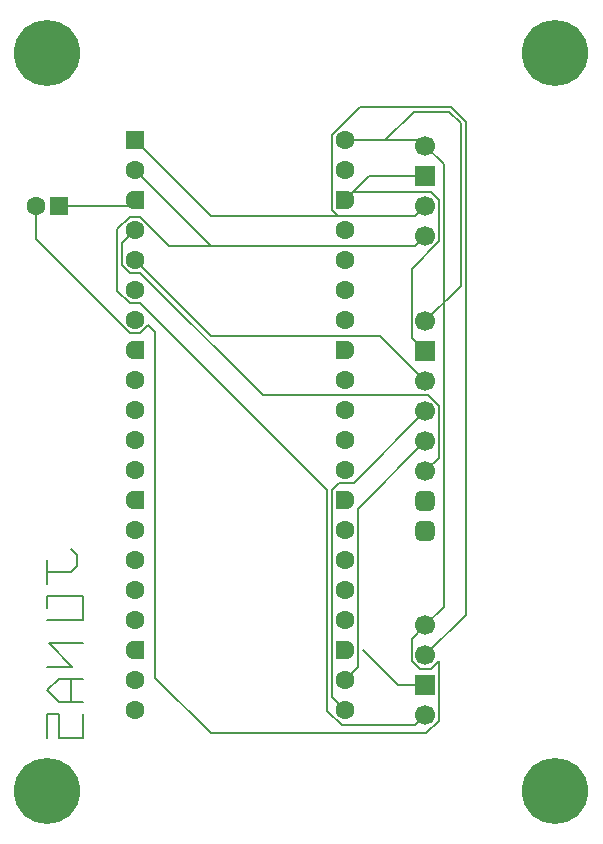
<source format=gbr>
%TF.GenerationSoftware,KiCad,Pcbnew,9.0.1*%
%TF.CreationDate,2025-08-21T16:33:30-04:00*%
%TF.ProjectId,SensorBox,53656e73-6f72-4426-9f78-2e6b69636164,rev?*%
%TF.SameCoordinates,Original*%
%TF.FileFunction,Copper,L2,Bot*%
%TF.FilePolarity,Positive*%
%FSLAX46Y46*%
G04 Gerber Fmt 4.6, Leading zero omitted, Abs format (unit mm)*
G04 Created by KiCad (PCBNEW 9.0.1) date 2025-08-21 16:33:30*
%MOMM*%
%LPD*%
G01*
G04 APERTURE LIST*
G04 Aperture macros list*
%AMRoundRect*
0 Rectangle with rounded corners*
0 $1 Rounding radius*
0 $2 $3 $4 $5 $6 $7 $8 $9 X,Y pos of 4 corners*
0 Add a 4 corners polygon primitive as box body*
4,1,4,$2,$3,$4,$5,$6,$7,$8,$9,$2,$3,0*
0 Add four circle primitives for the rounded corners*
1,1,$1+$1,$2,$3*
1,1,$1+$1,$4,$5*
1,1,$1+$1,$6,$7*
1,1,$1+$1,$8,$9*
0 Add four rect primitives between the rounded corners*
20,1,$1+$1,$2,$3,$4,$5,0*
20,1,$1+$1,$4,$5,$6,$7,0*
20,1,$1+$1,$6,$7,$8,$9,0*
20,1,$1+$1,$8,$9,$2,$3,0*%
%AMFreePoly0*
4,1,37,0.603843,0.796157,0.639018,0.796157,0.711114,0.766294,0.766294,0.711114,0.796157,0.639018,0.796157,0.603843,0.800000,0.600000,0.800000,-0.600000,0.796157,-0.603843,0.796157,-0.639018,0.766294,-0.711114,0.711114,-0.766294,0.639018,-0.796157,0.603843,-0.796157,0.600000,-0.800000,0.000000,-0.800000,0.000000,-0.796148,-0.078414,-0.796148,-0.232228,-0.765552,-0.377117,-0.705537,
-0.507515,-0.618408,-0.618408,-0.507515,-0.705537,-0.377117,-0.765552,-0.232228,-0.796148,-0.078414,-0.796148,0.078414,-0.765552,0.232228,-0.705537,0.377117,-0.618408,0.507515,-0.507515,0.618408,-0.377117,0.705537,-0.232228,0.765552,-0.078414,0.796148,0.000000,0.796148,0.000000,0.800000,0.600000,0.800000,0.603843,0.796157,0.603843,0.796157,$1*%
%AMFreePoly1*
4,1,37,0.000000,0.796148,0.078414,0.796148,0.232228,0.765552,0.377117,0.705537,0.507515,0.618408,0.618408,0.507515,0.705537,0.377117,0.765552,0.232228,0.796148,0.078414,0.796148,-0.078414,0.765552,-0.232228,0.705537,-0.377117,0.618408,-0.507515,0.507515,-0.618408,0.377117,-0.705537,0.232228,-0.765552,0.078414,-0.796148,0.000000,-0.796148,0.000000,-0.800000,-0.600000,-0.800000,
-0.603843,-0.796157,-0.639018,-0.796157,-0.711114,-0.766294,-0.766294,-0.711114,-0.796157,-0.639018,-0.796157,-0.603843,-0.800000,-0.600000,-0.800000,0.600000,-0.796157,0.603843,-0.796157,0.639018,-0.766294,0.711114,-0.711114,0.766294,-0.639018,0.796157,-0.603843,0.796157,-0.600000,0.800000,0.000000,0.800000,0.000000,0.796148,0.000000,0.796148,$1*%
G04 Aperture macros list end*
%TA.AperFunction,ComponentPad*%
%ADD10C,1.600000*%
%TD*%
%TA.AperFunction,ComponentPad*%
%ADD11R,1.600000X1.600000*%
%TD*%
%TA.AperFunction,ComponentPad*%
%ADD12C,3.600000*%
%TD*%
%TA.AperFunction,ConnectorPad*%
%ADD13C,5.600000*%
%TD*%
%TA.AperFunction,ComponentPad*%
%ADD14RoundRect,0.200000X-0.600000X-0.600000X0.600000X-0.600000X0.600000X0.600000X-0.600000X0.600000X0*%
%TD*%
%TA.AperFunction,ComponentPad*%
%ADD15FreePoly0,0.000000*%
%TD*%
%TA.AperFunction,ComponentPad*%
%ADD16FreePoly1,0.000000*%
%TD*%
%TA.AperFunction,ComponentPad*%
%ADD17C,1.700000*%
%TD*%
%TA.AperFunction,ComponentPad*%
%ADD18R,1.700000X1.700000*%
%TD*%
%TA.AperFunction,ComponentPad*%
%ADD19RoundRect,0.500000X-0.350000X-0.350000X0.350000X-0.350000X0.350000X0.350000X-0.350000X0.350000X0*%
%TD*%
%TA.AperFunction,Conductor*%
%ADD20C,0.200000*%
%TD*%
G04 APERTURE END LIST*
D10*
%TO.P,C1,1*%
%TO.N,+5V*%
X97000000Y-74000000D03*
D11*
%TO.P,C1,2*%
%TO.N,GND*%
X99000000Y-74000000D03*
%TD*%
D12*
%TO.P,H4,1*%
%TO.N,N/C*%
X98000000Y-123500000D03*
D13*
X98000000Y-123500000D03*
%TD*%
D12*
%TO.P,H3,1*%
%TO.N,N/C*%
X98000000Y-61000000D03*
D13*
X98000000Y-61000000D03*
%TD*%
D12*
%TO.P,H2,1*%
%TO.N,N/C*%
X141000000Y-123500000D03*
D13*
X141000000Y-123500000D03*
%TD*%
D12*
%TO.P,H1,1*%
%TO.N,N/C*%
X141000000Y-61000000D03*
D13*
X141000000Y-61000000D03*
%TD*%
D14*
%TO.P,A1,1,GPIO0*%
%TO.N,Net-(A1-GPIO0)*%
X105420000Y-68400000D03*
D10*
%TO.P,A1,2,GPIO1*%
%TO.N,Net-(A1-GPIO1)*%
X105420000Y-70940000D03*
D15*
%TO.P,A1,3,GND*%
%TO.N,GND*%
X105420000Y-73480000D03*
D10*
%TO.P,A1,4,GPIO2*%
%TO.N,Net-(A1-GPIO2)*%
X105420000Y-76020000D03*
%TO.P,A1,5,GPIO3*%
%TO.N,Net-(A1-GPIO3)*%
X105420000Y-78560000D03*
%TO.P,A1,6,GPIO4*%
%TO.N,unconnected-(A1-GPIO4-Pad6)*%
X105420000Y-81100000D03*
%TO.P,A1,7,GPIO5*%
%TO.N,unconnected-(A1-GPIO5-Pad7)*%
X105420000Y-83640000D03*
D15*
%TO.P,A1,8,GND*%
%TO.N,GND*%
X105420000Y-86180000D03*
D10*
%TO.P,A1,9,GPIO6*%
%TO.N,unconnected-(A1-GPIO6-Pad9)*%
X105420000Y-88720000D03*
%TO.P,A1,10,GPIO7*%
%TO.N,unconnected-(A1-GPIO7-Pad10)*%
X105420000Y-91260000D03*
%TO.P,A1,11,GPIO8*%
%TO.N,unconnected-(A1-GPIO8-Pad11)*%
X105420000Y-93800000D03*
%TO.P,A1,12,GPIO9*%
%TO.N,unconnected-(A1-GPIO9-Pad12)*%
X105420000Y-96340000D03*
D15*
%TO.P,A1,13,GND*%
%TO.N,GND*%
X105420000Y-98880000D03*
D10*
%TO.P,A1,14,GPIO10*%
%TO.N,unconnected-(A1-GPIO10-Pad14)*%
X105420000Y-101420000D03*
%TO.P,A1,15,GPIO11*%
%TO.N,unconnected-(A1-GPIO11-Pad15)*%
X105420000Y-103960000D03*
%TO.P,A1,16,GPIO12*%
%TO.N,unconnected-(A1-GPIO12-Pad16)*%
X105420000Y-106500000D03*
%TO.P,A1,17,GPIO13*%
%TO.N,unconnected-(A1-GPIO13-Pad17)*%
X105420000Y-109040000D03*
D15*
%TO.P,A1,18,GND*%
%TO.N,GND*%
X105420000Y-111580000D03*
D10*
%TO.P,A1,19,GPIO14*%
%TO.N,unconnected-(A1-GPIO14-Pad19)*%
X105420000Y-114120000D03*
%TO.P,A1,20,GPIO15*%
%TO.N,unconnected-(A1-GPIO15-Pad20)*%
X105420000Y-116660000D03*
%TO.P,A1,21,GPIO16*%
%TO.N,Net-(A1-GPIO16)*%
X123200000Y-116660000D03*
%TO.P,A1,22,GPIO17*%
%TO.N,Net-(A1-GPIO17)*%
X123200000Y-114120000D03*
D16*
%TO.P,A1,23,GND*%
%TO.N,GND*%
X123200000Y-111580000D03*
D10*
%TO.P,A1,24,GPIO18*%
%TO.N,unconnected-(A1-GPIO18-Pad24)*%
X123200000Y-109040000D03*
%TO.P,A1,25,GPIO19*%
%TO.N,unconnected-(A1-GPIO19-Pad25)*%
X123200000Y-106500000D03*
%TO.P,A1,26,GPIO20*%
%TO.N,unconnected-(A1-GPIO20-Pad26)*%
X123200000Y-103960000D03*
%TO.P,A1,27,GPIO21*%
%TO.N,unconnected-(A1-GPIO21-Pad27)*%
X123200000Y-101420000D03*
D16*
%TO.P,A1,28,GND*%
%TO.N,GND*%
X123200000Y-98880000D03*
D10*
%TO.P,A1,29,GPIO22*%
%TO.N,unconnected-(A1-GPIO22-Pad29)*%
X123200000Y-96340000D03*
%TO.P,A1,30,RUN*%
%TO.N,unconnected-(A1-RUN-Pad30)*%
X123200000Y-93800000D03*
%TO.P,A1,31,GPIO26_ADC0*%
%TO.N,unconnected-(A1-GPIO26_ADC0-Pad31)*%
X123200000Y-91260000D03*
%TO.P,A1,32,GPIO27_ADC1*%
%TO.N,unconnected-(A1-GPIO27_ADC1-Pad32)*%
X123200000Y-88720000D03*
D16*
%TO.P,A1,33,AGND*%
%TO.N,unconnected-(A1-AGND-Pad33)*%
X123200000Y-86180000D03*
D10*
%TO.P,A1,34,GPIO28_ADC2*%
%TO.N,unconnected-(A1-GPIO28_ADC2-Pad34)*%
X123200000Y-83640000D03*
%TO.P,A1,35,ADC_VREF*%
%TO.N,unconnected-(A1-ADC_VREF-Pad35)*%
X123200000Y-81100000D03*
%TO.P,A1,36,3V3*%
%TO.N,unconnected-(A1-3V3-Pad36)*%
X123200000Y-78560000D03*
%TO.P,A1,37,3V3_EN*%
%TO.N,unconnected-(A1-3V3_EN-Pad37)*%
X123200000Y-76020000D03*
D16*
%TO.P,A1,38,GND*%
%TO.N,GND*%
X123200000Y-73480000D03*
D10*
%TO.P,A1,39,VSYS*%
%TO.N,unconnected-(A1-VSYS-Pad39)*%
X123200000Y-70940000D03*
%TO.P,A1,40,VBUS*%
%TO.N,+5V*%
X123200000Y-68400000D03*
%TD*%
D17*
%TO.P,J2,1,Pin_1*%
%TO.N,+5V*%
X130000000Y-68880000D03*
D18*
%TO.P,J2,2,Pin_2*%
%TO.N,GND*%
X130000000Y-71420000D03*
D17*
%TO.P,J2,3,Pin_3*%
%TO.N,Net-(A1-GPIO0)*%
X130000000Y-73960000D03*
%TO.P,J2,4,Pin_4*%
%TO.N,Net-(A1-GPIO1)*%
X130000000Y-76500000D03*
%TD*%
%TO.P,J3,1,Pin_1*%
%TO.N,+5V*%
X130000000Y-83760000D03*
D18*
%TO.P,J3,2,Pin_2*%
%TO.N,GND*%
X130000000Y-86300000D03*
D17*
%TO.P,J3,3,Pin_3*%
%TO.N,Net-(A1-GPIO3)*%
X130000000Y-88840000D03*
%TO.P,J3,4,Pin_4*%
%TO.N,Net-(A1-GPIO16)*%
X130000000Y-91380000D03*
%TO.P,J3,5,Pin_5*%
%TO.N,Net-(A1-GPIO17)*%
X130000000Y-93920000D03*
%TO.P,J3,6,Pin_6*%
%TO.N,Net-(A1-GPIO2)*%
X130000000Y-96460000D03*
D19*
%TO.P,J3,7,Pin_7*%
%TO.N,unconnected-(J3-Pin_7-Pad7)*%
X130000000Y-99000000D03*
%TO.P,J3,8,Pin_8*%
%TO.N,unconnected-(J3-Pin_8-Pad8)*%
X130000000Y-101540000D03*
%TD*%
D17*
%TO.P,J1,1,Pin_1*%
%TO.N,+5V*%
X130000000Y-109460000D03*
%TO.P,J1,2,Pin_2*%
%TO.N,Net-(A1-GPIO0)*%
X130000000Y-112000000D03*
D18*
%TO.P,J1,3,Pin_3*%
%TO.N,GND*%
X130000000Y-114540000D03*
D17*
%TO.P,J1,4,Pin_4*%
%TO.N,Net-(A1-GPIO1)*%
X130000000Y-117080000D03*
%TD*%
D20*
%TO.N,*%
X98000000Y-105000000D02*
X98000000Y-104000000D01*
X100000000Y-103000000D02*
X100500000Y-103500000D01*
X98118343Y-111000000D02*
X100118343Y-113000000D01*
X98000000Y-108000000D02*
X98000000Y-107000000D01*
X98000000Y-119000000D02*
X98000000Y-117000000D01*
X100500000Y-103500000D02*
X100500000Y-104500000D01*
X98000000Y-105000000D02*
X100000000Y-105000000D01*
X100118343Y-113000000D02*
X98000000Y-113000000D01*
X99000000Y-119000000D02*
X101000000Y-119000000D01*
X99000000Y-117000000D02*
X99000000Y-119000000D01*
X98000000Y-107000000D02*
X101000000Y-107000000D01*
X101000000Y-107000000D02*
X101000000Y-109000000D01*
X101000000Y-109000000D02*
X98000000Y-109000000D01*
X101000000Y-111000000D02*
X98118343Y-111000000D01*
X100000000Y-105000000D02*
X100500000Y-104500000D01*
X101000000Y-119000000D02*
X101000000Y-117000000D01*
X98000000Y-117000000D02*
X99000000Y-117000000D01*
X101000000Y-116000000D02*
X100000000Y-116000000D01*
X99000000Y-114000000D02*
X98000000Y-115000000D01*
X100000000Y-114000000D02*
X99000000Y-114000000D01*
X98000000Y-106000000D02*
X98000000Y-105000000D01*
X100000000Y-116000000D02*
X99000000Y-116000000D01*
X101000000Y-114000000D02*
X100000000Y-114000000D01*
X100000000Y-114000000D02*
X100000000Y-116000000D01*
X99000000Y-116000000D02*
X98000000Y-115000000D01*
X98000000Y-122000000D02*
X98000000Y-123500000D01*
%TO.N,+5V*%
X128849000Y-110611000D02*
X130000000Y-109460000D01*
X128849000Y-112476760D02*
X128849000Y-110611000D01*
X129523240Y-113151000D02*
X128849000Y-112476760D01*
X130476760Y-113151000D02*
X129523240Y-113151000D01*
X131151000Y-112476760D02*
X130476760Y-113151000D01*
X131151000Y-117556760D02*
X131151000Y-112476760D01*
X130076760Y-118631000D02*
X131151000Y-117556760D01*
X111828269Y-118631000D02*
X130076760Y-118631000D01*
X107109000Y-113911731D02*
X111828269Y-118631000D01*
X107109000Y-84684050D02*
X107109000Y-113911731D01*
X106521000Y-84096050D02*
X107109000Y-84684050D01*
X105876050Y-84741000D02*
X106521000Y-84096050D01*
X104963950Y-84741000D02*
X105876050Y-84741000D01*
X97000000Y-76777050D02*
X104963950Y-84741000D01*
X97000000Y-74000000D02*
X97000000Y-76777050D01*
%TO.N,GND*%
X104900000Y-74000000D02*
X105420000Y-73480000D01*
X99000000Y-74000000D02*
X104900000Y-74000000D01*
%TO.N,Net-(A1-GPIO0)*%
X129150000Y-74810000D02*
X130000000Y-73960000D01*
X122094000Y-74289594D02*
X122614406Y-74810000D01*
X122094000Y-67948950D02*
X122094000Y-74289594D01*
X122614406Y-74810000D02*
X129150000Y-74810000D01*
X124443950Y-65599000D02*
X122094000Y-67948950D01*
X132166100Y-65599000D02*
X124443950Y-65599000D01*
X133401000Y-66833900D02*
X132166100Y-65599000D01*
X133401000Y-108599000D02*
X133401000Y-66833900D01*
X130000000Y-112000000D02*
X133401000Y-108599000D01*
%TO.N,Net-(A1-GPIO1)*%
X129150000Y-77350000D02*
X130000000Y-76500000D01*
X108307050Y-77350000D02*
X129150000Y-77350000D01*
X105876050Y-74919000D02*
X108307050Y-77350000D01*
X103918000Y-75964950D02*
X104963950Y-74919000D01*
X103918000Y-81155050D02*
X103918000Y-75964950D01*
X104963950Y-82201000D02*
X103918000Y-81155050D01*
X104963950Y-74919000D02*
X105876050Y-74919000D01*
X105876050Y-82201000D02*
X104963950Y-82201000D01*
X121693000Y-98017950D02*
X105876050Y-82201000D01*
X121693000Y-116710050D02*
X121693000Y-98017950D01*
X122912950Y-117930000D02*
X121693000Y-116710050D01*
X129150000Y-117930000D02*
X122912950Y-117930000D01*
X130000000Y-117080000D02*
X129150000Y-117930000D01*
%TO.N,+5V*%
X131552000Y-70432000D02*
X130000000Y-68880000D01*
X131552000Y-107908000D02*
X131552000Y-70432000D01*
X130000000Y-109460000D02*
X131552000Y-107908000D01*
%TO.N,GND*%
X127667000Y-114540000D02*
X124707000Y-111580000D01*
X130000000Y-114540000D02*
X127667000Y-114540000D01*
%TO.N,Net-(A1-GPIO17)*%
X124306000Y-113014000D02*
X123200000Y-114120000D01*
X124306000Y-99614000D02*
X124306000Y-113014000D01*
X130000000Y-93920000D02*
X124306000Y-99614000D01*
%TO.N,Net-(A1-GPIO2)*%
X104319000Y-77121000D02*
X105420000Y-76020000D01*
X104319000Y-79016050D02*
X104319000Y-77121000D01*
X104963950Y-79661000D02*
X104319000Y-79016050D01*
X105876050Y-79661000D02*
X104963950Y-79661000D01*
X116215050Y-90000000D02*
X105876050Y-79661000D01*
X130247760Y-90000000D02*
X116215050Y-90000000D01*
X131151000Y-90903240D02*
X130247760Y-90000000D01*
X131151000Y-95309000D02*
X131151000Y-90903240D01*
X130000000Y-96460000D02*
X131151000Y-95309000D01*
%TO.N,Net-(A1-GPIO16)*%
X122094000Y-115554000D02*
X123200000Y-116660000D01*
X122723406Y-97441000D02*
X122094000Y-98070406D01*
X130000000Y-91380000D02*
X123939000Y-97441000D01*
X123939000Y-97441000D02*
X122723406Y-97441000D01*
X122094000Y-98070406D02*
X122094000Y-115554000D01*
%TO.N,Net-(A1-GPIO3)*%
X126160000Y-85000000D02*
X111860000Y-85000000D01*
X111860000Y-85000000D02*
X105420000Y-78560000D01*
X130000000Y-88840000D02*
X126160000Y-85000000D01*
%TO.N,GND*%
X130476760Y-72809000D02*
X123871000Y-72809000D01*
X131151000Y-73483240D02*
X130476760Y-72809000D01*
X123871000Y-72809000D02*
X123200000Y-73480000D01*
X131151000Y-76976760D02*
X131151000Y-73483240D01*
X128849000Y-79278760D02*
X131151000Y-76976760D01*
X128849000Y-85149000D02*
X128849000Y-79278760D01*
X130000000Y-86300000D02*
X128849000Y-85149000D01*
%TO.N,Net-(A1-GPIO1)*%
X111830000Y-77350000D02*
X105420000Y-70940000D01*
X129150000Y-77350000D02*
X111830000Y-77350000D01*
%TO.N,Net-(A1-GPIO0)*%
X111830000Y-74810000D02*
X105420000Y-68400000D01*
%TO.N,GND*%
X125260000Y-71420000D02*
X123200000Y-73480000D01*
X130000000Y-71420000D02*
X125260000Y-71420000D01*
%TO.N,+5V*%
X133000000Y-67000000D02*
X133000000Y-80760000D01*
X132000000Y-66000000D02*
X133000000Y-67000000D01*
X129000000Y-66000000D02*
X132000000Y-66000000D01*
X133000000Y-80760000D02*
X130000000Y-83760000D01*
X126600000Y-68400000D02*
X129000000Y-66000000D01*
X123200000Y-68400000D02*
X126600000Y-68400000D01*
X129520000Y-68400000D02*
X130000000Y-68880000D01*
X123200000Y-68400000D02*
X129520000Y-68400000D01*
%TO.N,Net-(A1-GPIO0)*%
X129150000Y-74810000D02*
X111830000Y-74810000D01*
%TD*%
M02*

</source>
